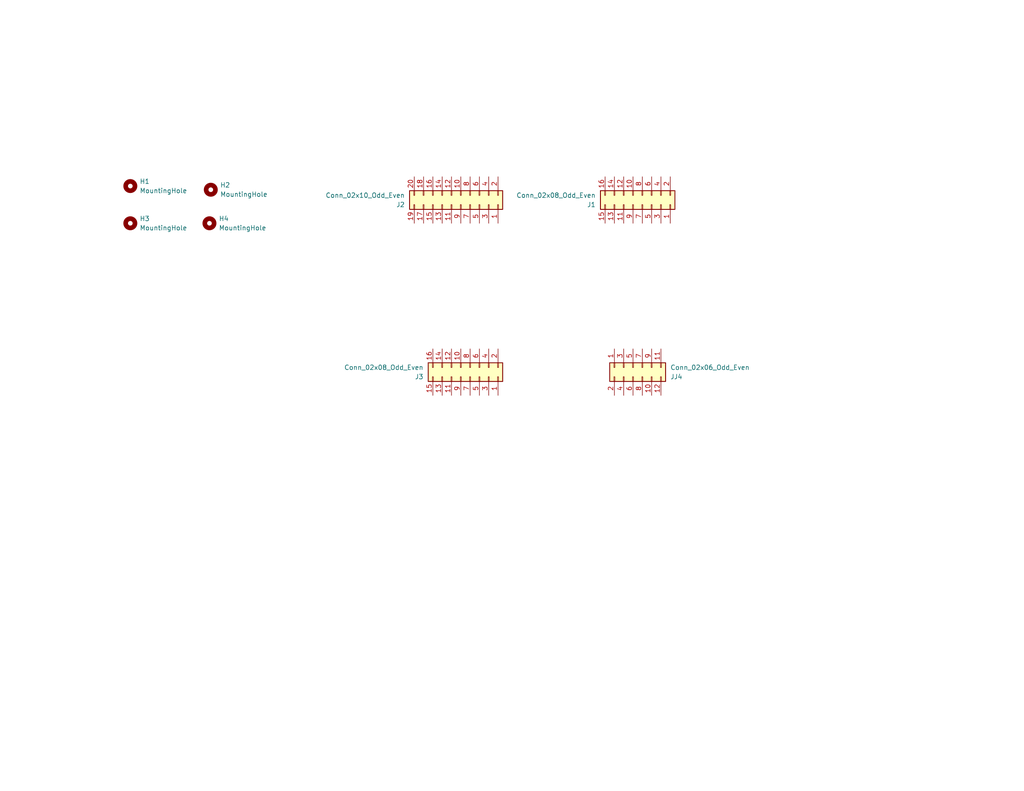
<source format=kicad_sch>
(kicad_sch (version 20230121) (generator eeschema)
  (paper "A")
  (lib_symbols
    (symbol "Connector_Generic:Conn_02x06_Odd_Even" (pin_names (offset 1.016) hide)
      (property "Reference" "J" (at 1.27 7.62 0))
      (property "Value" "Conn_02x06_Odd_Even" (at 1.27 -10.16 0))
      (symbol "Conn_02x06_Odd_Even_1_1"
        (rectangle (start -1.27 -7.493) (end 0 -7.747) (stroke (width 0.1524)))
        (rectangle (start -1.27 -4.953) (end 0 -5.207) (stroke (width 0.1524)))
        (rectangle (start -1.27 -2.413) (end 0 -2.667) (stroke (width 0.1524)))
        (rectangle (start -1.27 0.127) (end 0 -0.127) (stroke (width 0.1524)))
        (rectangle (start -1.27 2.667) (end 0 2.413) (stroke (width 0.1524)))
        (rectangle (start -1.27 5.207) (end 0 4.953) (stroke (width 0.1524)))
        (rectangle (start -1.27 6.35) (end 3.81 -8.89) (stroke (width 0.254)) (fill (type background)))
        (rectangle (start 3.81 -7.493) (end 2.54 -7.747) (stroke (width 0.1524)))
        (rectangle (start 3.81 -4.953) (end 2.54 -5.207) (stroke (width 0.1524)))
        (rectangle (start 3.81 -2.413) (end 2.54 -2.667) (stroke (width 0.1524)))
        (rectangle (start 3.81 0.127) (end 2.54 -0.127) (stroke (width 0.1524)))
        (rectangle (start 3.81 2.667) (end 2.54 2.413) (stroke (width 0.1524)))
        (rectangle (start 3.81 5.207) (end 2.54 4.953) (stroke (width 0.1524)))
        (pin passive line (at -5.08 5.08 0) (length 3.81) (name "Pin_1") (number "1"))
        (pin passive line (at 7.62 -5.08 180) (length 3.81) (name "Pin_10") (number "10"))
        (pin passive line (at -5.08 -7.62 0) (length 3.81) (name "Pin_11") (number "11"))
        (pin passive line (at 7.62 -7.62 180) (length 3.81) (name "Pin_12") (number "12"))
        (pin passive line (at 7.62 5.08 180) (length 3.81) (name "Pin_2") (number "2"))
        (pin passive line (at -5.08 2.54 0) (length 3.81) (name "Pin_3") (number "3"))
        (pin passive line (at 7.62 2.54 180) (length 3.81) (name "Pin_4") (number "4"))
        (pin passive line (at -5.08 0 0) (length 3.81) (name "Pin_5") (number "5"))
        (pin passive line (at 7.62 0 180) (length 3.81) (name "Pin_6") (number "6"))
        (pin passive line (at -5.08 -2.54 0) (length 3.81) (name "Pin_7") (number "7"))
        (pin passive line (at 7.62 -2.54 180) (length 3.81) (name "Pin_8") (number "8"))
        (pin passive line (at -5.08 -5.08 0) (length 3.81) (name "Pin_9") (number "9"))
      )
    )
    (symbol "Connector_Generic:Conn_02x08_Odd_Even" (pin_names (offset 1.016) hide)
      (property "Reference" "J" (at 1.27 10.16 0))
      (property "Value" "Conn_02x08_Odd_Even" (at 1.27 -12.7 0))
      (symbol "Conn_02x08_Odd_Even_1_1"
        (rectangle (start -1.27 -10.033) (end 0 -10.287) (stroke (width 0.1524)))
        (rectangle (start -1.27 -7.493) (end 0 -7.747) (stroke (width 0.1524)))
        (rectangle (start -1.27 -4.953) (end 0 -5.207) (stroke (width 0.1524)))
        (rectangle (start -1.27 -2.413) (end 0 -2.667) (stroke (width 0.1524)))
        (rectangle (start -1.27 0.127) (end 0 -0.127) (stroke (width 0.1524)))
        (rectangle (start -1.27 2.667) (end 0 2.413) (stroke (width 0.1524)))
        (rectangle (start -1.27 5.207) (end 0 4.953) (stroke (width 0.1524)))
        (rectangle (start -1.27 7.747) (end 0 7.493) (stroke (width 0.1524)))
        (rectangle (start -1.27 8.89) (end 3.81 -11.43) (stroke (width 0.254)) (fill (type background)))
        (rectangle (start 3.81 -10.033) (end 2.54 -10.287) (stroke (width 0.1524)))
        (rectangle (start 3.81 -7.493) (end 2.54 -7.747) (stroke (width 0.1524)))
        (rectangle (start 3.81 -4.953) (end 2.54 -5.207) (stroke (width 0.1524)))
        (rectangle (start 3.81 -2.413) (end 2.54 -2.667) (stroke (width 0.1524)))
        (rectangle (start 3.81 0.127) (end 2.54 -0.127) (stroke (width 0.1524)))
        (rectangle (start 3.81 2.667) (end 2.54 2.413) (stroke (width 0.1524)))
        (rectangle (start 3.81 5.207) (end 2.54 4.953) (stroke (width 0.1524)))
        (rectangle (start 3.81 7.747) (end 2.54 7.493) (stroke (width 0.1524)))
        (pin passive line (at -5.08 7.62 0) (length 3.81) (name "Pin_1") (number "1"))
        (pin passive line (at 7.62 -2.54 180) (length 3.81) (name "Pin_10") (number "10"))
        (pin passive line (at -5.08 -5.08 0) (length 3.81) (name "Pin_11") (number "11"))
        (pin passive line (at 7.62 -5.08 180) (length 3.81) (name "Pin_12") (number "12"))
        (pin passive line (at -5.08 -7.62 0) (length 3.81) (name "Pin_13") (number "13"))
        (pin passive line (at 7.62 -7.62 180) (length 3.81) (name "Pin_14") (number "14"))
        (pin passive line (at -5.08 -10.16 0) (length 3.81) (name "Pin_15") (number "15"))
        (pin passive line (at 7.62 -10.16 180) (length 3.81) (name "Pin_16") (number "16"))
        (pin passive line (at 7.62 7.62 180) (length 3.81) (name "Pin_2") (number "2"))
        (pin passive line (at -5.08 5.08 0) (length 3.81) (name "Pin_3") (number "3"))
        (pin passive line (at 7.62 5.08 180) (length 3.81) (name "Pin_4") (number "4"))
        (pin passive line (at -5.08 2.54 0) (length 3.81) (name "Pin_5") (number "5"))
        (pin passive line (at 7.62 2.54 180) (length 3.81) (name "Pin_6") (number "6"))
        (pin passive line (at -5.08 0 0) (length 3.81) (name "Pin_7") (number "7"))
        (pin passive line (at 7.62 0 180) (length 3.81) (name "Pin_8") (number "8"))
        (pin passive line (at -5.08 -2.54 0) (length 3.81) (name "Pin_9") (number "9"))
      )
    )
    (symbol "Connector_Generic:Conn_02x10_Odd_Even" (pin_names (offset 1.016) hide)
      (property "Reference" "J" (at 1.27 12.7 0))
      (property "Value" "Conn_02x10_Odd_Even" (at 1.27 -15.24 0))
      (symbol "Conn_02x10_Odd_Even_1_1"
        (rectangle (start -1.27 -12.573) (end 0 -12.827) (stroke (width 0.1524)))
        (rectangle (start -1.27 -10.033) (end 0 -10.287) (stroke (width 0.1524)))
        (rectangle (start -1.27 -7.493) (end 0 -7.747) (stroke (width 0.1524)))
        (rectangle (start -1.27 -4.953) (end 0 -5.207) (stroke (width 0.1524)))
        (rectangle (start -1.27 -2.413) (end 0 -2.667) (stroke (width 0.1524)))
        (rectangle (start -1.27 0.127) (end 0 -0.127) (stroke (width 0.1524)))
        (rectangle (start -1.27 2.667) (end 0 2.413) (stroke (width 0.1524)))
        (rectangle (start -1.27 5.207) (end 0 4.953) (stroke (width 0.1524)))
        (rectangle (start -1.27 7.747) (end 0 7.493) (stroke (width 0.1524)))
        (rectangle (start -1.27 10.287) (end 0 10.033) (stroke (width 0.1524)))
        (rectangle (start -1.27 11.43) (end 3.81 -13.97) (stroke (width 0.254)) (fill (type background)))
        (rectangle (start 3.81 -12.573) (end 2.54 -12.827) (stroke (width 0.1524)))
        (rectangle (start 3.81 -10.033) (end 2.54 -10.287) (stroke (width 0.1524)))
        (rectangle (start 3.81 -7.493) (end 2.54 -7.747) (stroke (width 0.1524)))
        (rectangle (start 3.81 -4.953) (end 2.54 -5.207) (stroke (width 0.1524)))
        (rectangle (start 3.81 -2.413) (end 2.54 -2.667) (stroke (width 0.1524)))
        (rectangle (start 3.81 0.127) (end 2.54 -0.127) (stroke (width 0.1524)))
        (rectangle (start 3.81 2.667) (end 2.54 2.413) (stroke (width 0.1524)))
        (rectangle (start 3.81 5.207) (end 2.54 4.953) (stroke (width 0.1524)))
        (rectangle (start 3.81 7.747) (end 2.54 7.493) (stroke (width 0.1524)))
        (rectangle (start 3.81 10.287) (end 2.54 10.033) (stroke (width 0.1524)))
        (pin passive line (at -5.08 10.16 0) (length 3.81) (name "Pin_1") (number "1"))
        (pin passive line (at 7.62 0 180) (length 3.81) (name "Pin_10") (number "10"))
        (pin passive line (at -5.08 -2.54 0) (length 3.81) (name "Pin_11") (number "11"))
        (pin passive line (at 7.62 -2.54 180) (length 3.81) (name "Pin_12") (number "12"))
        (pin passive line (at -5.08 -5.08 0) (length 3.81) (name "Pin_13") (number "13"))
        (pin passive line (at 7.62 -5.08 180) (length 3.81) (name "Pin_14") (number "14"))
        (pin passive line (at -5.08 -7.62 0) (length 3.81) (name "Pin_15") (number "15"))
        (pin passive line (at 7.62 -7.62 180) (length 3.81) (name "Pin_16") (number "16"))
        (pin passive line (at -5.08 -10.16 0) (length 3.81) (name "Pin_17") (number "17"))
        (pin passive line (at 7.62 -10.16 180) (length 3.81) (name "Pin_18") (number "18"))
        (pin passive line (at -5.08 -12.7 0) (length 3.81) (name "Pin_19") (number "19"))
        (pin passive line (at 7.62 10.16 180) (length 3.81) (name "Pin_2") (number "2"))
        (pin passive line (at 7.62 -12.7 180) (length 3.81) (name "Pin_20") (number "20"))
        (pin passive line (at -5.08 7.62 0) (length 3.81) (name "Pin_3") (number "3"))
        (pin passive line (at 7.62 7.62 180) (length 3.81) (name "Pin_4") (number "4"))
        (pin passive line (at -5.08 5.08 0) (length 3.81) (name "Pin_5") (number "5"))
        (pin passive line (at 7.62 5.08 180) (length 3.81) (name "Pin_6") (number "6"))
        (pin passive line (at -5.08 2.54 0) (length 3.81) (name "Pin_7") (number "7"))
        (pin passive line (at 7.62 2.54 180) (length 3.81) (name "Pin_8") (number "8"))
        (pin passive line (at -5.08 0 0) (length 3.81) (name "Pin_9") (number "9"))
      )
    )
    (symbol "Mechanical:MountingHole" (pin_names (offset 1.016))
      (property "Reference" "H" (at 0 5.08 0))
      (property "Value" "MountingHole" (at 0 3.175 0))
      (symbol "MountingHole_0_1"
        (circle (center 0 0) (radius 1.27) (stroke (width 1.27)))
      )
    )
  )
  (symbol (lib_id "Connector_Generic:Conn_02x08_Odd_Even") (at 175.26 55.88 270) (mirror x) (unit 1)
    (property "Reference" "J1" (at 162.56 55.88 90) (effects (justify right)))
    (property "Value" "Conn_02x08_Odd_Even" (at 162.56 53.34 90) (effects (justify right)))
    (property "Footprint" "Wavenumber:SSQ-108-03-T-D" (effects hide))
    (property "Supplier" "Digikey" (effects hide))
    (property "Supplier P/N" "SAM10741-ND" (effects hide))
    (property "Manufacturer" "Samtec Inc." (effects hide))
    (property "Manufacturer P/N" "SSQ-110-23-G-D" (effects hide))
  )
  (symbol (lib_id "Mechanical:MountingHole") (at 57.15 60.96 0) (unit 1)
    (property "Reference" "H4" (at 59.69 59.69 0) (effects (justify left)))
    (property "Value" "MountingHole" (at 59.69 62.23 0) (effects (justify left)))
    (property "Footprint" "MountingHole:MountingHole_3.2mm_M3" (effects hide))
  )
  (symbol (lib_id "Mechanical:MountingHole") (at 35.56 60.96 0) (unit 1) (in_bom no)
    (property "Reference" "H3" (at 38.1 59.69 0) (effects (justify left)))
    (property "Value" "MountingHole" (at 38.1 62.23 0) (effects (justify left)))
    (property "Footprint" "MountingHole:MountingHole_3.2mm_M3" (effects hide))
  )
  (symbol (lib_id "Connector_Generic:Conn_02x06_Odd_Even") (at 172.72 100.33 90) (mirror x) (unit 1)
    (property "Reference" "JJ4" (at 182.88 102.87 90) (effects (justify right)))
    (property "Value" "Conn_02x06_Odd_Even" (at 182.88 100.33 90) (effects (justify right)))
    (property "Footprint" "Wavenumber:SSQ-106-03-T-D" (effects hide))
    (property "Supplier" "Digikey" (effects hide))
    (property "Supplier P/N" "SAM1204-06-ND" (effects hide))
    (property "Manufacturer" "Samtec Inc." (effects hide))
    (property "Manufacturer P/N" "SSQ-106-03-T-D" (effects hide))
  )
  (symbol (lib_id "Mechanical:MountingHole") (at 57.5138 51.8006 0) (unit 1) (in_bom no)
    (property "Reference" "H2" (at 60.0538 50.5306 0) (effects (justify left)))
    (property "Value" "MountingHole" (at 60.0538 53.0706 0) (effects (justify left)))
    (property "Footprint" "MountingHole:MountingHole_3.2mm_M3" (effects hide))
  )
  (symbol (lib_id "Connector_Generic:Conn_02x08_Odd_Even") (at 128.27 102.87 270) (mirror x) (unit 1)
    (property "Reference" "J3" (at 115.57 102.87 90) (effects (justify right)))
    (property "Value" "Conn_02x08_Odd_Even" (at 115.57 100.33 90) (effects (justify right)))
    (property "Footprint" "Wavenumber:SSQ-108-03-T-D" (effects hide))
    (property "Supplier" "Digikey" (effects hide))
    (property "Supplier P/N" "SAM10741-ND" (effects hide))
    (property "Manufacturer" "Samtec Inc." (effects hide))
    (property "Manufacturer P/N" "SSQ-110-23-G-D" (effects hide))
  )
  (symbol (lib_id "Connector_Generic:Conn_02x10_Odd_Even") (at 125.73 55.88 270) (mirror x) (unit 1)
    (property "Reference" "J2" (at 110.49 55.88 90) (effects (justify right)))
    (property "Value" "Conn_02x10_Odd_Even" (at 110.49 53.34 90) (effects (justify right)))
    (property "Footprint" "Wavenumber:SSQ-110-23-G-D" (effects hide))
    (property "Supplier" "Digikey" (effects hide))
    (property "Supplier P/N" "SAM10741-ND" (effects hide))
    (property "Manufacturer" "Samtec Inc." (effects hide))
    (property "Manufacturer P/N" "SSQ-110-23-G-D" (effects hide))
  )
  (symbol (lib_id "Mechanical:MountingHole") (at 35.56 50.8 0) (unit 1) (in_bom no)
    (property "Reference" "H1" (at 38.1 49.53 0) (effects (justify left)))
    (property "Value" "MountingHole" (at 38.1 52.07 0) (effects (justify left)))
    (property "Footprint" "MountingHole:MountingHole_3.2mm_M3" (effects hide))
  )
)
</source>
